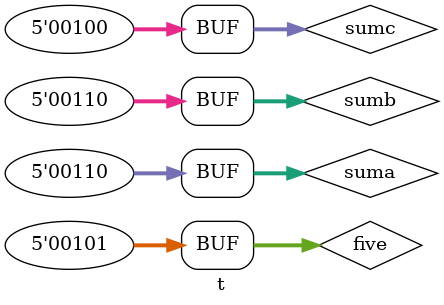
<source format=v>

module t ();

   // This isn't a width violation, as +/- 1'b1 is a common idiom
   // that's fairly harmless
   wire [4:0] five = 5'd5;
   wire [4:0] suma = five + 1'b1;
   wire [4:0] sumb = 1'b1 + five;
   wire [4:0] sumc = five - 1'b1;

endmodule

</source>
